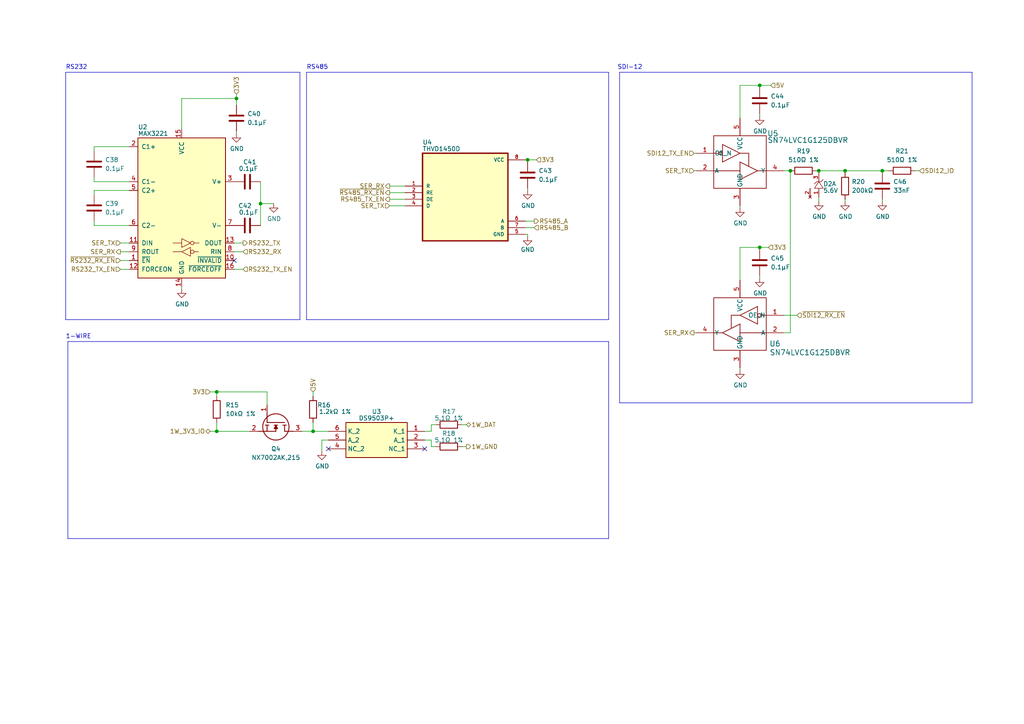
<source format=kicad_sch>
(kicad_sch (version 20230121) (generator eeschema)
  (paper "A4")
  (lib_symbols
    (symbol "2023-06-15_10-28-39:SN74LVC1G125DBVR" (pin_names (offset 0.254))
      (property "Reference" "U" (at 4.445 11.43 0))
      (property "Value" "SN74LVC1G125DBVR" (at 15.24 8.89 0))
      (symbol "SN74LVC1G125DBVR_0_1"
        (circle (center -5.588 2.54) (radius 0.4826) (stroke (width 0.2032)))
        (polyline (pts (xy -7.62 -7.62) (xy 7.62 -7.62)) (stroke (width 0.2032)))
        (polyline (pts (xy -7.62 7.62) (xy -7.62 -7.62)) (stroke (width 0.2032)))
        (polyline (pts (xy -6.096 2.54) (xy -7.62 2.54)) (stroke (width 0.2032)))
        (polyline (pts (xy -5.08 0) (xy -5.08 5.08)) (stroke (width 0.2032)))
        (polyline (pts (xy -5.08 5.08) (xy 0 2.54)) (stroke (width 0.2032)))
        (polyline (pts (xy 0 -5.08) (xy 0 0)) (stroke (width 0.2032)))
        (polyline (pts (xy 0 -2.54) (xy -7.62 -2.54)) (stroke (width 0.2032)))
        (polyline (pts (xy 0 0) (xy 5.08 -2.54)) (stroke (width 0.2032)))
        (polyline (pts (xy 0 2.54) (xy -5.08 0)) (stroke (width 0.2032)))
        (polyline (pts (xy 0 2.54) (xy 2.54 2.54)) (stroke (width 0.2032)))
        (polyline (pts (xy 2.54 2.54) (xy 2.54 -1.1176)) (stroke (width 0.2032)))
        (polyline (pts (xy 5.08 -2.54) (xy 0 -5.08)) (stroke (width 0.2032)))
        (polyline (pts (xy 5.08 -2.54) (xy 7.62 -2.54)) (stroke (width 0.2032)))
        (polyline (pts (xy 7.62 -7.62) (xy 7.62 7.62)) (stroke (width 0.2032)))
        (polyline (pts (xy 7.62 7.62) (xy -7.62 7.62)) (stroke (width 0.2032)))
        (pin input line (at -12.7 2.54 0) (length 5.08) (name "OE_N") (number "1"))
        (pin input line (at -12.7 -2.54 0) (length 5.08) (name "A") (number "2"))
        (pin power_in line (at 0 -12.7 90) (length 5.08) (name "GND") (number "3"))
        (pin tri_state line (at 12.7 -2.54 180) (length 5.08) (name "Y") (number "4"))
        (pin power_in line (at 0 12.7 270) (length 5.08) (name "VCC") (number "5"))
      )
    )
    (symbol "BZX84C5V6LT1G:BZX84C5V6LT1G" (pin_names (offset 1.016))
      (property "Reference" "D2" (at 1.27 -4.445 90))
      (property "Value" "5.6V" (at 1.27 -6.35 90))
      (symbol "BZX84C5V6LT1G_1_1"
        (polyline (pts (xy 1.905 1.27) (xy 2.54 0.635)))
        (polyline (pts (xy 2.54 -0.635) (xy 3.175 -1.27)))
        (polyline (pts (xy 2.54 0.635) (xy 2.54 -0.635)))
        (polyline (pts (xy 2.54 0) (xy 4.445 -1.27) (xy 4.445 1.27) (xy 2.54 0)))
        (pin passive line (at 6.985 0 180) (length 2.54) (name "A") (number "1"))
        (pin no_connect line (at 6.985 -2.54 180) (length 2.54) (name "NC") (number "2"))
        (pin passive line (at 0 0 0) (length 2.54) (name "K") (number "3"))
      )
      (symbol "BZX84C5V6LT1G_2_1"
        (rectangle (start -10.16 2.54) (end -2.54 -2.54) (fill (type background)))
        (pin passive line (at 0 0 180) (length 2.54) (name "NC") (number "2"))
      )
    )
    (symbol "DS9503P+:DS9503P+"
      (property "Reference" "IC" (at 5.08 5.715 0))
      (property "Value" "DS9503P+" (at 5.08 3.81 0))
      (symbol "DS9503P+_1_1"
        (rectangle (start 5.08 2.54) (end 22.86 -7.62) (stroke (width 0.254)) (fill (type background)))
        (pin passive line (at 0 0 0) (length 5.08) (name "K_1") (number "1"))
        (pin passive line (at 0 -2.54 0) (length 5.08) (name "A_1") (number "2"))
        (pin passive line (at 0 -5.08 0) (length 5.08) (name "NC_1") (number "3"))
        (pin passive line (at 27.94 -5.08 180) (length 5.08) (name "NC_2") (number "4"))
        (pin passive line (at 27.94 -2.54 180) (length 5.08) (name "A_2") (number "5"))
        (pin passive line (at 27.94 0 180) (length 5.08) (name "K_2") (number "6"))
      )
    )
    (symbol "Device:C" (pin_numbers hide) (pin_names (offset 0.254))
      (property "Reference" "C" (at 0.635 2.54 0))
      (property "Value" "C" (at 0.635 -2.54 0))
      (symbol "C_0_1"
        (polyline (pts (xy -2.032 -0.762) (xy 2.032 -0.762)) (stroke (width 0.508)))
        (polyline (pts (xy -2.032 0.762) (xy 2.032 0.762)) (stroke (width 0.508)))
      )
      (symbol "C_1_1"
        (pin passive line (at 0 3.81 270) (length 2.794) (name "~") (number "1"))
        (pin passive line (at 0 -3.81 90) (length 2.794) (name "~") (number "2"))
      )
    )
    (symbol "Device:R" (pin_numbers hide) (pin_names (offset 0))
      (property "Reference" "R" (at 2.032 0 90))
      (property "Value" "R" (at 0 0 90))
      (symbol "R_0_1"
        (rectangle (start -1.016 -2.54) (end 1.016 2.54) (stroke (width 0.254)))
      )
      (symbol "R_1_1"
        (pin passive line (at 0 3.81 270) (length 1.27) (name "~") (number "1"))
        (pin passive line (at 0 -3.81 90) (length 1.27) (name "~") (number "2"))
      )
    )
    (symbol "Interface_UART:MAX3221" (pin_names (offset 1.016))
      (property "Reference" "U" (at -10.16 21.59 0))
      (property "Value" "MAX3221" (at 12.7 21.59 0))
      (symbol "MAX3221_0_1"
        (rectangle (start -12.7 -20.32) (end 12.7 20.32) (stroke (width 0.254)) (fill (type background)))
        (polyline (pts (xy -2.54 -12.7) (xy 0 -12.7) (xy 0 -12.7)))
        (polyline (pts (xy -2.54 -10.16) (xy 0 -10.16) (xy 0 -10.16)))
        (polyline (pts (xy 3.556 -12.7) (xy 4.826 -12.7) (xy 4.826 -12.7)))
        (polyline (pts (xy 3.556 -10.16) (xy 5.08 -10.16) (xy 5.08 -10.16)))
        (polyline (pts (xy 2.54 -11.43) (xy 2.54 -13.97) (xy 0 -12.7) (xy 2.54 -11.43) (xy 2.54 -11.43)))
        (polyline (pts (xy 0 -11.43) (xy 0 -8.89) (xy 2.54 -10.16) (xy 0 -11.43) (xy 0 -11.43) (xy 0 -11.43)))
        (circle (center 3.048 -12.7) (radius 0.508))
        (circle (center 3.048 -10.16) (radius 0.508))
      )
      (symbol "MAX3221_1_1"
        (pin input line (at -15.24 -15.24 0) (length 2.54) (name "~{EN}") (number "1"))
        (pin output line (at 15.24 -15.24 180) (length 2.54) (name "~{INVALID}") (number "10"))
        (pin input line (at -15.24 -10.16 0) (length 2.54) (name "DIN") (number "11"))
        (pin input line (at -15.24 -17.78 0) (length 2.54) (name "FORCEON") (number "12"))
        (pin output line (at 15.24 -10.16 180) (length 2.54) (name "DOUT") (number "13"))
        (pin power_in line (at 0 -22.86 90) (length 2.54) (name "GND") (number "14"))
        (pin power_in line (at 0 22.86 270) (length 2.54) (name "VCC") (number "15"))
        (pin input line (at 15.24 -17.78 180) (length 2.54) (name "~{FORCEOFF}") (number "16"))
        (pin passive line (at -15.24 17.78 0) (length 2.54) (name "C1+") (number "2"))
        (pin power_out line (at 15.24 7.62 180) (length 2.54) (name "V+") (number "3"))
        (pin passive line (at -15.24 7.62 0) (length 2.54) (name "C1-") (number "4"))
        (pin passive line (at -15.24 5.08 0) (length 2.54) (name "C2+") (number "5"))
        (pin passive line (at -15.24 -5.08 0) (length 2.54) (name "C2-") (number "6"))
        (pin power_out line (at 15.24 -5.08 180) (length 2.54) (name "V-") (number "7"))
        (pin input line (at 15.24 -12.7 180) (length 2.54) (name "RIN") (number "8"))
        (pin output line (at -15.24 -12.7 0) (length 2.54) (name "ROUT") (number "9"))
      )
    )
    (symbol "NX7002AK:NX7002AK,215" (pin_names hide)
      (property "Reference" "Q" (at 11.43 5.08 0))
      (property "Value" "NX7002AK,215" (at 17.78 3.175 0))
      (symbol "NX7002AK,215_1_1"
        (polyline (pts (xy 2.54 0) (xy 5.08 0)) (stroke (width 0.254)))
        (polyline (pts (xy 5.08 5.08) (xy 5.08 0)) (stroke (width 0.254)))
        (polyline (pts (xy 5.842 -0.508) (xy 5.842 0.508)) (stroke (width 0.254)))
        (polyline (pts (xy 5.842 0) (xy 7.62 0)) (stroke (width 0.254)))
        (polyline (pts (xy 5.842 2.032) (xy 5.842 3.048)) (stroke (width 0.254)))
        (polyline (pts (xy 5.842 5.588) (xy 5.842 4.572)) (stroke (width 0.254)))
        (polyline (pts (xy 7.62 2.54) (xy 5.842 2.54)) (stroke (width 0.254)))
        (polyline (pts (xy 7.62 2.54) (xy 7.62 -2.54)) (stroke (width 0.254)))
        (polyline (pts (xy 7.62 5.08) (xy 5.842 5.08)) (stroke (width 0.254)))
        (polyline (pts (xy 7.62 5.08) (xy 7.62 7.62)) (stroke (width 0.254)))
        (polyline (pts (xy 5.842 2.54) (xy 6.858 3.048) (xy 6.858 2.032) (xy 5.842 2.54)) (stroke (width 0.254)) (fill (type outline)))
        (circle (center 6.35 2.54) (radius 3.81) (stroke (width 0.254)))
        (pin passive line (at 0 0 0) (length 2.54) (name "G") (number "1"))
        (pin passive line (at 7.62 -5.08 90) (length 2.54) (name "S") (number "2"))
        (pin passive line (at 7.62 10.16 270) (length 2.54) (name "D") (number "3"))
      )
    )
    (symbol "THVD1450D:THVD1450D" (pin_names (offset 1.016))
      (property "Reference" "U?" (at -12.065 23.495 0))
      (property "Value" "THVD1450D" (at -12.065 21.59 0))
      (symbol "THVD1450D_0_0"
        (rectangle (start -12.065 20.955) (end 12.7 -4.445) (stroke (width 0.41)) (fill (type background)))
        (pin bidirectional line (at -17.145 11.43 0) (length 5.08) (name "R") (number "1"))
        (pin bidirectional line (at -17.145 9.525 0) (length 5.08) (name "RE") (number "2"))
        (pin bidirectional line (at -17.145 7.62 0) (length 5.08) (name "DE") (number "3"))
        (pin bidirectional line (at -17.145 5.715 0) (length 5.08) (name "D") (number "4"))
        (pin power_in line (at 17.78 -2.54 180) (length 5.08) (name "GND") (number "5"))
        (pin bidirectional line (at 17.78 1.27 180) (length 5.08) (name "A") (number "6"))
        (pin bidirectional line (at 17.78 -0.635 180) (length 5.08) (name "B") (number "7"))
        (pin power_in line (at 17.78 19.05 180) (length 5.08) (name "VCC") (number "8"))
      )
    )
    (symbol "power:GND" (power) (pin_names (offset 0))
      (property "Value" "GND" (at 0 -3.81 0))
      (symbol "GND_0_1"
        (polyline (pts (xy 0 0) (xy 0 -1.27) (xy 1.27 -1.27) (xy 0 -2.54) (xy -1.27 -1.27) (xy 0 -1.27)))
      )
      (symbol "GND_1_1"
        (pin power_in line (at 0 0 270) (length 0) hide (name "GND") (number "1"))
      )
    )
  )
  (junction (at 68.58 28.575))
  (junction (at 245.11 49.53))
  (junction (at 62.865 125.095))
  (junction (at 237.49 49.53))
  (junction (at 220.345 71.755))
  (junction (at 229.235 49.53))
  (junction (at 153.035 46.355))
  (junction (at 90.805 125.095))
  (junction (at 62.865 113.665))
  (junction (at 255.905 49.53))
  (junction (at 75.565 59.055))
  (junction (at 220.345 24.765))
  (no_connect (at 95.25 130.175))
  (no_connect (at 123.19 130.175))
  (no_connect (at 67.945 75.565))
  (wire (pts (xy 34.925 73.025) (xy 37.465 73.025)))
  (wire (pts (xy 62.865 113.665) (xy 77.47 113.665)))
  (wire (pts (xy 95.25 125.095) (xy 90.805 125.095)))
  (polyline (pts (xy 281.94 20.955) (xy 281.94 116.84)))
  (wire (pts (xy 60.96 125.095) (xy 62.865 125.095)))
  (wire (pts (xy 153.035 46.355) (xy 155.575 46.355)))
  (wire (pts (xy 245.11 58.42) (xy 245.11 57.785)))
  (wire (pts (xy 214.63 71.755) (xy 220.345 71.755)))
  (wire (pts (xy 113.03 57.785) (xy 117.475 57.785)))
  (wire (pts (xy 227.33 49.53) (xy 229.235 49.53)))
  (wire (pts (xy 123.19 125.095) (xy 125.095 125.095)))
  (polyline (pts (xy 176.53 156.21) (xy 19.685 156.21)))
  (wire (pts (xy 220.345 24.765) (xy 223.52 24.765)))
  (wire (pts (xy 70.485 73.025) (xy 67.945 73.025)))
  (wire (pts (xy 201.295 49.53) (xy 201.93 49.53)))
  (wire (pts (xy 125.095 125.095) (xy 125.095 123.19)))
  (polyline (pts (xy 176.53 92.71) (xy 176.53 20.955)))
  (wire (pts (xy 237.49 49.53) (xy 237.49 50.165)))
  (wire (pts (xy 236.855 49.53) (xy 237.49 49.53)))
  (wire (pts (xy 75.565 59.055) (xy 75.565 65.405)))
  (wire (pts (xy 255.905 50.165) (xy 255.905 49.53)))
  (wire (pts (xy 113.03 53.975) (xy 117.475 53.975)))
  (wire (pts (xy 237.49 49.53) (xy 245.11 49.53)))
  (wire (pts (xy 126.365 129.54) (xy 125.095 129.54)))
  (wire (pts (xy 87.63 125.095) (xy 90.805 125.095)))
  (wire (pts (xy 255.905 49.53) (xy 257.81 49.53)))
  (polyline (pts (xy 179.705 20.955) (xy 179.705 116.84)))
  (wire (pts (xy 113.03 55.88) (xy 117.475 55.88)))
  (wire (pts (xy 90.805 125.095) (xy 90.805 122.555)))
  (polyline (pts (xy 281.94 116.84) (xy 179.705 116.84)))
  (wire (pts (xy 68.58 38.735) (xy 68.58 38.1)))
  (wire (pts (xy 245.11 49.53) (xy 255.905 49.53)))
  (wire (pts (xy 152.4 67.945) (xy 153.035 67.945)))
  (wire (pts (xy 52.705 28.575) (xy 68.58 28.575)))
  (wire (pts (xy 214.63 24.765) (xy 220.345 24.765)))
  (wire (pts (xy 214.63 60.325) (xy 214.63 59.69)))
  (wire (pts (xy 68.58 28.575) (xy 68.58 30.48)))
  (wire (pts (xy 153.035 54.61) (xy 153.035 55.245)))
  (wire (pts (xy 27.305 52.705) (xy 27.305 51.435)))
  (wire (pts (xy 123.19 127.635) (xy 125.095 127.635)))
  (wire (pts (xy 201.295 44.45) (xy 201.93 44.45)))
  (wire (pts (xy 62.865 114.935) (xy 62.865 113.665)))
  (polyline (pts (xy 179.705 20.955) (xy 281.94 20.955)))
  (polyline (pts (xy 176.53 20.955) (xy 88.9 20.955)))
  (wire (pts (xy 68.58 27.305) (xy 68.58 28.575)))
  (wire (pts (xy 93.345 127.635) (xy 93.345 130.81)))
  (wire (pts (xy 60.96 113.665) (xy 62.865 113.665)))
  (wire (pts (xy 77.47 113.665) (xy 77.47 117.475)))
  (wire (pts (xy 52.705 37.465) (xy 52.705 28.575)))
  (wire (pts (xy 229.235 49.53) (xy 229.235 96.52)))
  (wire (pts (xy 214.63 107.315) (xy 214.63 106.68)))
  (wire (pts (xy 214.63 34.29) (xy 214.63 24.765)))
  (wire (pts (xy 62.865 125.095) (xy 72.39 125.095)))
  (polyline (pts (xy 19.05 92.71) (xy 86.995 92.71)))
  (wire (pts (xy 220.345 72.39) (xy 220.345 71.755)))
  (polyline (pts (xy 88.9 20.955) (xy 88.9 92.71)))
  (wire (pts (xy 62.865 122.555) (xy 62.865 125.095)))
  (wire (pts (xy 214.63 71.755) (xy 214.63 81.28)))
  (wire (pts (xy 245.11 50.165) (xy 245.11 49.53)))
  (wire (pts (xy 95.25 127.635) (xy 93.345 127.635)))
  (polyline (pts (xy 19.685 99.06) (xy 19.685 156.21)))
  (wire (pts (xy 135.255 123.19) (xy 133.985 123.19)))
  (wire (pts (xy 153.035 67.945) (xy 153.035 68.58)))
  (wire (pts (xy 52.705 83.82) (xy 52.705 83.185)))
  (wire (pts (xy 255.905 58.42) (xy 255.905 57.785)))
  (wire (pts (xy 37.465 65.405) (xy 27.305 65.405)))
  (polyline (pts (xy 176.53 99.06) (xy 176.53 156.21)))
  (wire (pts (xy 201.295 96.52) (xy 201.93 96.52)))
  (wire (pts (xy 153.035 46.355) (xy 153.035 46.99)))
  (wire (pts (xy 135.255 129.54) (xy 133.985 129.54)))
  (polyline (pts (xy 86.995 20.955) (xy 19.05 20.955)))
  (wire (pts (xy 67.945 78.105) (xy 70.485 78.105)))
  (polyline (pts (xy 19.05 20.955) (xy 19.05 92.71)))
  (wire (pts (xy 27.305 43.815) (xy 27.305 42.545)))
  (wire (pts (xy 220.345 80.645) (xy 220.345 80.01)))
  (wire (pts (xy 37.465 52.705) (xy 27.305 52.705)))
  (wire (pts (xy 152.4 66.04) (xy 154.94 66.04)))
  (wire (pts (xy 220.345 24.765) (xy 220.345 25.4)))
  (wire (pts (xy 152.4 64.135) (xy 154.94 64.135)))
  (wire (pts (xy 113.03 59.69) (xy 117.475 59.69)))
  (wire (pts (xy 125.095 123.19) (xy 126.365 123.19)))
  (wire (pts (xy 27.305 42.545) (xy 37.465 42.545)))
  (wire (pts (xy 27.305 55.245) (xy 37.465 55.245)))
  (wire (pts (xy 220.345 33.02) (xy 220.345 33.655)))
  (wire (pts (xy 152.4 46.355) (xy 153.035 46.355)))
  (wire (pts (xy 67.945 70.485) (xy 70.485 70.485)))
  (wire (pts (xy 265.43 49.53) (xy 266.7 49.53)))
  (wire (pts (xy 75.565 52.705) (xy 75.565 59.055)))
  (wire (pts (xy 27.305 55.245) (xy 27.305 56.515)))
  (wire (pts (xy 27.305 64.135) (xy 27.305 65.405)))
  (wire (pts (xy 227.33 96.52) (xy 229.235 96.52)))
  (wire (pts (xy 125.095 127.635) (xy 125.095 129.54)))
  (polyline (pts (xy 86.995 92.71) (xy 86.995 20.955)))
  (wire (pts (xy 220.345 71.755) (xy 222.885 71.755)))
  (polyline (pts (xy 88.9 92.71) (xy 176.53 92.71)))
  (wire (pts (xy 34.925 70.485) (xy 37.465 70.485)))
  (wire (pts (xy 79.375 59.055) (xy 75.565 59.055)))
  (wire (pts (xy 34.925 78.105) (xy 37.465 78.105)))
  (wire (pts (xy 227.33 91.44) (xy 231.14 91.44)))
  (wire (pts (xy 90.805 113.665) (xy 90.805 114.935)))
  (wire (pts (xy 34.925 75.565) (xy 37.465 75.565)))
  (wire (pts (xy 237.49 58.42) (xy 237.49 57.15)))
  (polyline (pts (xy 19.685 99.06) (xy 176.53 99.06)))
  (text "RS232" (at 19.05 20.32 0) (effects (font (size 1.27 1.27)) (justify left bottom)))
  (text "SDI-12\n" (at 179.07 20.32 0) (effects (font (size 1.27 1.27)) (justify left bottom)))
  (text "1-WIRE" (at 19.05 98.425 0) (effects (font (size 1.27 1.27)) (justify left bottom)))
  (text "RS485" (at 88.9 20.32 0) (effects (font (size 1.27 1.27)) (justify left bottom)))
  (hierarchical_label "RS485_TX_EN" (shape output) (at 113.03 57.785 180))
  (hierarchical_label "~{RS232_RX_EN}" (shape input) (at 34.925 75.565 180))
  (hierarchical_label "1W_GND" (shape output) (at 135.255 129.54 0))
  (hierarchical_label "SER_TX" (shape input) (at 113.03 59.69 180))
  (hierarchical_label "1W_3V3_IO" (shape bidirectional) (at 60.96 125.095 180))
  (hierarchical_label "RS485_B" (shape input) (at 154.94 66.04 0))
  (hierarchical_label "3V3" (shape input) (at 68.58 27.305 90))
  (hierarchical_label "SER_RX" (shape output) (at 34.925 73.025 180))
  (hierarchical_label "SER_RX" (shape output) (at 113.03 53.975 180))
  (hierarchical_label "3V3" (shape input) (at 155.575 46.355 0))
  (hierarchical_label "5V" (shape input) (at 90.805 113.665 90))
  (hierarchical_label "3V3" (shape input) (at 222.885 71.755 0))
  (hierarchical_label "SER_TX" (shape input) (at 34.925 70.485 180))
  (hierarchical_label "5V" (shape input) (at 223.52 24.765 0))
  (hierarchical_label "~{RS485_RX_EN}" (shape output) (at 113.03 55.88 180))
  (hierarchical_label "SDI12_IO" (shape input) (at 266.7 49.53 0))
  (hierarchical_label "RS232_TX_EN" (shape input) (at 70.485 78.105 0))
  (hierarchical_label "RS485_A" (shape output) (at 154.94 64.135 0))
  (hierarchical_label "3V3" (shape input) (at 60.96 113.665 180))
  (hierarchical_label "1W_DAT" (shape bidirectional) (at 135.255 123.19 0))
  (hierarchical_label "RS232_TX_EN" (shape input) (at 34.925 78.105 180))
  (hierarchical_label "SDI12_TX_EN" (shape input) (at 201.295 44.45 180))
  (hierarchical_label "~{SDI12_RX_EN}" (shape input) (at 231.14 91.44 0))
  (hierarchical_label "RS232_TX" (shape output) (at 70.485 70.485 0))
  (hierarchical_label "SER_RX" (shape output) (at 201.295 96.52 180))
  (hierarchical_label "SER_TX" (shape input) (at 201.295 49.53 180))
  (hierarchical_label "RS232_RX" (shape input) (at 70.485 73.025 0))
  (symbol (lib_id "2023-06-15_10-28-39:SN74LVC1G125DBVR") (at 214.63 46.99 0) (unit 1)
    (property "Reference" "U5" (at 224.155 38.735 0) (effects (font (size 1.524 1.524))))
    (property "Value" "SN74LVC1G125DBVR" (at 234.315 40.64 0) (effects (font (size 1.524 1.524))))
    (property "Footprint" "SN74LVC1G125DBVR:DBV0005A_N" (effects hide))
    (property "Datasheet" "SN74LVC1G125DBVR" (effects hide))
    (property "JLCPCB" "C23654" (effects hide))
  )
  (symbol (lib_id "power:GND") (at 79.375 59.055 0) (unit 1)
    (property "Reference" "#PWR058" (effects hide))
    (property "Value" "GND" (at 79.502 63.4492 0))
  )
  (symbol (lib_id "Device:C") (at 153.035 50.8 0) (unit 1)
    (property "Reference" "C43" (at 156.21 49.53 0) (effects (justify left)))
    (property "Value" "0.1µF" (at 156.21 52.07 0) (effects (justify left)))
    (property "Footprint" "Capacitor_SMD:C_0603_1608Metric" (effects hide))
    (property "JLCPCB" "C14663" (effects hide))
  )
  (symbol (lib_id "NX7002AK:NX7002AK,215") (at 77.47 117.475 270) (unit 1)
    (property "Reference" "Q4" (at 80.01 130.175 90))
    (property "Value" "NX7002AK,215" (at 80.01 132.715 90))
    (property "Footprint" "NX7002AK:TL431CDBZR215" (effects hide))
    (property "JLCPCB" "C255584" (effects hide))
  )
  (symbol (lib_id "Device:C") (at 27.305 47.625 0) (unit 1)
    (property "Reference" "C38" (at 30.48 46.355 0) (effects (justify left)))
    (property "Value" "0.1µF" (at 30.48 48.895 0) (effects (justify left)))
    (property "Footprint" "Capacitor_SMD:C_0603_1608Metric" (effects hide))
    (property "JLCPCB" "C14663" (effects hide))
  )
  (symbol (lib_id "power:GND") (at 153.035 55.245 0) (unit 1)
    (property "Reference" "#PWR060" (effects hide))
    (property "Value" "GND" (at 153.162 59.6392 0))
  )
  (symbol (lib_id "DS9503P+:DS9503P+") (at 123.19 125.095 0) (mirror y) (unit 1)
    (property "Reference" "U3" (at 109.22 119.38 0))
    (property "Value" "DS9503P+" (at 109.22 121.285 0))
    (property "Footprint" "DS9503P+:DS2505PTR" (effects hide))
    (property "JLCPCB" "C124131" (effects hide))
  )
  (symbol (lib_id "Device:C") (at 220.345 29.21 0) (unit 1)
    (property "Reference" "C44" (at 223.52 27.94 0) (effects (justify left)))
    (property "Value" "0.1µF" (at 223.52 30.48 0) (effects (justify left)))
    (property "Footprint" "Capacitor_SMD:C_0603_1608Metric" (effects hide))
    (property "JLCPCB" "C14663" (effects hide))
  )
  (symbol (lib_id "Device:R") (at 245.11 53.975 180) (unit 1)
    (property "Reference" "R20" (at 247.015 52.7049 0) (effects (justify right)))
    (property "Value" "200kΩ" (at 247.015 55.2449 0) (effects (justify right)))
    (property "Footprint" "Resistor_SMD:R_0603_1608Metric" (effects hide))
    (property "JLCPCB" "C25811" (effects hide))
  )
  (symbol (lib_id "power:GND") (at 220.345 33.655 0) (unit 1)
    (property "Reference" "#PWR064" (effects hide))
    (property "Value" "GND" (at 220.472 38.0492 0))
  )
  (symbol (lib_id "power:GND") (at 68.58 38.735 0) (unit 1)
    (property "Reference" "#PWR057" (effects hide))
    (property "Value" "GND" (at 68.707 43.1292 0))
  )
  (symbol (lib_id "Device:C") (at 255.905 53.975 0) (unit 1)
    (property "Reference" "C46" (at 259.08 52.705 0) (effects (justify left)))
    (property "Value" "33nF" (at 259.08 55.245 0) (effects (justify left)))
    (property "Footprint" "Capacitor_SMD:C_0603_1608Metric" (effects hide))
    (property "JLCPCB" "C21117" (effects hide))
  )
  (symbol (lib_id "Device:C") (at 68.58 34.29 0) (unit 1)
    (property "Reference" "C40" (at 71.755 33.02 0) (effects (justify left)))
    (property "Value" "0.1µF" (at 71.755 35.56 0) (effects (justify left)))
    (property "Footprint" "Capacitor_SMD:C_0603_1608Metric" (effects hide))
    (property "JLCPCB" "C14663" (effects hide))
  )
  (symbol (lib_id "Device:C") (at 27.305 60.325 0) (unit 1)
    (property "Reference" "C39" (at 30.48 59.055 0) (effects (justify left)))
    (property "Value" "0.1µF" (at 30.48 61.595 0) (effects (justify left)))
    (property "Footprint" "Capacitor_SMD:C_0603_1608Metric" (effects hide))
    (property "JLCPCB" "C14663" (effects hide))
  )
  (symbol (lib_id "power:GND") (at 255.905 58.42 0) (unit 1)
    (property "Reference" "#PWR068" (effects hide))
    (property "Value" "GND" (at 256.032 62.8142 0))
  )
  (symbol (lib_id "Interface_UART:MAX3221") (at 52.705 60.325 0) (unit 1)
    (property "Reference" "U2" (at 40.005 36.83 0) (effects (justify left)))
    (property "Value" "MAX3221" (at 40.005 38.735 0) (effects (justify left)))
    (property "Footprint" "MAX3221CUE+:SOP65P640X110-16N" (effects hide))
    (property "Datasheet" "http://www.ti.com/lit/ds/symlink/max3221.pdf" (effects hide))
    (property "JLCPCB" "C44383" (effects hide))
    (property "Partno" "MAX3221IPWR" (effects hide))
  )
  (symbol (lib_id "Device:R") (at 62.865 118.745 0) (unit 1)
    (property "Reference" "R15" (at 65.405 117.4749 0) (effects (justify left)))
    (property "Value" "10kΩ 1%" (at 65.405 120.0149 0) (effects (justify left)))
    (property "Footprint" "Resistor_SMD:R_0603_1608Metric" (effects hide))
    (property "JLCPCB" "C25804" (effects hide))
  )
  (symbol (lib_id "Device:C") (at 220.345 76.2 0) (unit 1)
    (property "Reference" "C45" (at 223.52 74.93 0) (effects (justify left)))
    (property "Value" "0.1µF" (at 223.52 77.47 0) (effects (justify left)))
    (property "Footprint" "Capacitor_SMD:C_0603_1608Metric" (effects hide))
    (property "JLCPCB" "C14663" (effects hide))
  )
  (symbol (lib_id "power:GND") (at 214.63 107.315 0) (unit 1)
    (property "Reference" "#PWR063" (effects hide))
    (property "Value" "GND" (at 214.757 111.7092 0))
  )
  (symbol (lib_id "Device:R") (at 130.175 129.54 90) (unit 1)
    (property "Reference" "R18" (at 130.175 125.73 90))
    (property "Value" "5.1Ω 1%" (at 130.175 127.635 90))
    (property "Footprint" "Resistor_SMD:R_0603_1608Metric" (effects hide))
    (property "JLCPCB" "C25197" (effects hide))
  )
  (symbol (lib_id "power:GND") (at 93.345 130.81 0) (unit 1)
    (property "Reference" "#PWR059" (effects hide))
    (property "Value" "GND" (at 93.472 135.2042 0))
  )
  (symbol (lib_id "2023-06-15_10-28-39:SN74LVC1G125DBVR") (at 214.63 93.98 0) (mirror y) (unit 1)
    (property "Reference" "U6" (at 224.79 99.695 0) (effects (font (size 1.524 1.524))))
    (property "Value" "SN74LVC1G125DBVR" (at 234.95 102.235 0) (effects (font (size 1.524 1.524))))
    (property "Footprint" "SN74LVC1G125DBVR:DBV0005A_N" (effects hide))
    (property "Datasheet" "SN74LVC1G125DBVR" (effects hide))
    (property "JLCPCB" "C23654" (effects hide))
  )
  (symbol (lib_id "Device:C") (at 71.755 65.405 90) (unit 1)
    (property "Reference" "C42" (at 73.025 59.69 90) (effects (justify left)))
    (property "Value" "0.1µF" (at 74.93 61.595 90) (effects (justify left)))
    (property "Footprint" "Capacitor_SMD:C_0603_1608Metric" (effects hide))
    (property "JLCPCB" "C14663" (effects hide))
  )
  (symbol (lib_id "power:GND") (at 153.035 68.58 0) (unit 1)
    (property "Reference" "#PWR061" (effects hide))
    (property "Value" "GND" (at 153.035 72.39 0))
  )
  (symbol (lib_id "Device:C") (at 71.755 52.705 270) (unit 1)
    (property "Reference" "C41" (at 70.485 46.99 90) (effects (justify left)))
    (property "Value" "0.1µF" (at 69.215 48.895 90) (effects (justify left)))
    (property "Footprint" "Capacitor_SMD:C_0603_1608Metric" (effects hide))
    (property "JLCPCB" "C14663" (effects hide))
  )
  (symbol (lib_id "power:GND") (at 245.11 58.42 0) (unit 1)
    (property "Reference" "#PWR067" (effects hide))
    (property "Value" "GND" (at 245.237 62.8142 0))
  )
  (symbol (lib_id "Device:R") (at 90.805 118.745 180) (unit 1)
    (property "Reference" "R16" (at 93.98 117.475 0))
    (property "Value" "1.2kΩ 1%" (at 97.155 119.38 0))
    (property "Footprint" "Resistor_SMD:R_0603_1608Metric" (effects hide))
    (property "JLCPCB" "C22765" (effects hide))
  )
  (symbol (lib_id "THVD1450D:THVD1450D") (at 134.62 65.405 0) (unit 1)
    (property "Reference" "U4" (at 122.555 41.275 0) (effects (justify left)))
    (property "Value" "THVD1450D" (at 122.555 43.18 0) (effects (justify left)))
    (property "Footprint" "THVD1450D:SOIC127P599X175-8N" (effects hide))
    (property "JLCPCB" "C2671361" (effects hide))
  )
  (symbol (lib_id "power:GND") (at 237.49 58.42 0) (unit 1)
    (property "Reference" "#PWR066" (effects hide))
    (property "Value" "GND" (at 237.617 62.8142 0))
  )
  (symbol (lib_id "Device:R") (at 233.045 49.53 90) (unit 1)
    (property "Reference" "R19" (at 233.045 43.815 90))
    (property "Value" "510Ω 1%" (at 233.045 46.355 90))
    (property "Footprint" "Resistor_SMD:R_0603_1608Metric" (effects hide))
    (property "JLCPCB" "C23193" (effects hide))
  )
  (symbol (lib_id "Device:R") (at 130.175 123.19 90) (unit 1)
    (property "Reference" "R17" (at 130.175 119.38 90))
    (property "Value" "5.1Ω 1%" (at 130.175 121.285 90))
    (property "Footprint" "Resistor_SMD:R_0603_1608Metric" (effects hide))
    (property "JLCPCB" "C25197" (effects hide))
  )
  (symbol (lib_id "power:GND") (at 220.345 80.645 0) (unit 1)
    (property "Reference" "#PWR065" (effects hide))
    (property "Value" "GND" (at 220.472 85.0392 0))
  )
  (symbol (lib_id "power:GND") (at 214.63 60.325 0) (unit 1)
    (property "Reference" "#PWR062" (effects hide))
    (property "Value" "GND" (at 214.757 64.7192 0))
  )
  (symbol (lib_id "Device:R") (at 261.62 49.53 90) (unit 1)
    (property "Reference" "R21" (at 261.62 43.815 90))
    (property "Value" "510Ω 1%" (at 261.62 46.355 90))
    (property "Footprint" "Resistor_SMD:R_0603_1608Metric" (effects hide))
    (property "JLCPCB" "C23193" (effects hide))
  )
  (symbol (lib_id "power:GND") (at 52.705 83.82 0) (unit 1)
    (property "Reference" "#PWR056" (effects hide))
    (property "Value" "GND" (at 52.832 88.2142 0))
  )
  (symbol (lib_id "BZX84C5V6LT1G:BZX84C5V6LT1G") (at 237.49 50.165 270) (unit 1)
    (property "Reference" "D2" (at 238.76 53.34 90) (effects (justify left)))
    (property "Value" "5.6V" (at 238.76 55.245 90) (effects (justify left)))
    (property "Footprint" "BZX84C5V6LT1G:BZX84C5V6LT1G" (effects hide))
    (property "Datasheet" "http://www.onsemi.com/pub_link/Collateral/BZX84C2V4LT1-D.PDF" (effects hide))
    (property "JLCPCB" "C82471" (effects hide))
    (property "PartNo" "BZX84C5V6LT1G" (effects hide))
  )
)
</source>
